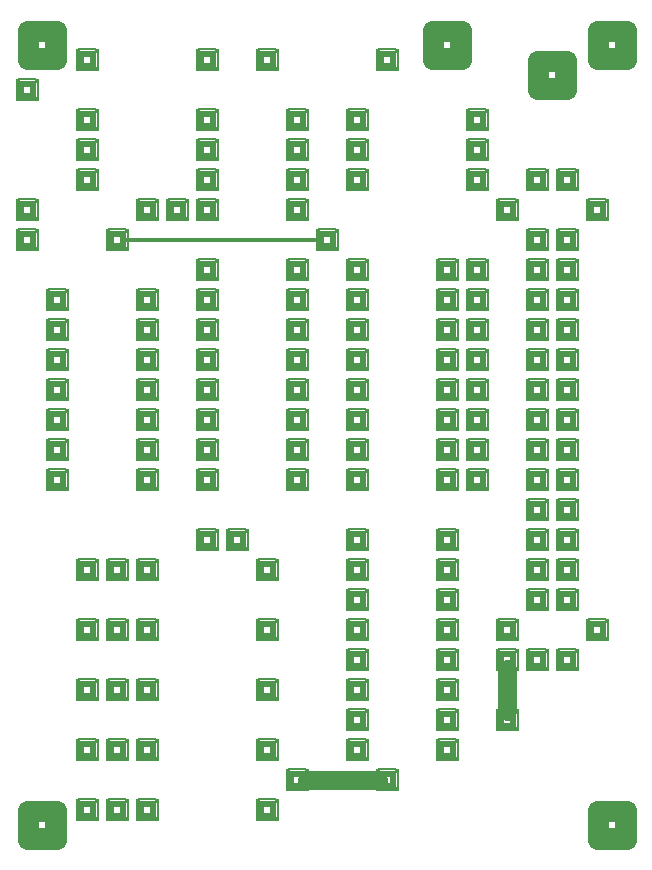
<source format=gtl>
%MOIN*%
%FSLAX23Y23*%
%ADD10C,.012*%
%ADD11C,.062*%
%ADD12C,.050X.024*%
%ADD13R,.062X.062X.024*%
%ADD14C,.016*%
%ADD15R,.008X.062*%
%ADD16R,.062X.008*%
%ADD17C,.008*%
%LPD*%
G90*X0Y0D02*X150Y150D02*D11*X50D01*Y250D01*       
X150D01*Y150D01*D13*X100Y200D03*X250Y250D03*D14*  
X281Y281D03*Y219D03*X219Y281D03*Y219D03*D15*      
X285Y250D03*X215D03*D16*X250Y285D03*Y215D03*D13*  
X350Y250D03*D14*X381Y281D03*Y219D03*X319Y281D03*  
Y219D03*D15*X385Y250D03*X315D03*D16*X350Y285D03*  
Y215D03*D13*X450Y450D03*D14*X481Y481D03*Y419D03*  
X419Y481D03*Y419D03*D15*X485Y450D03*X415D03*D16*  
X450Y485D03*Y415D03*D13*X350Y450D03*D14*          
X381Y481D03*Y419D03*X319Y481D03*Y419D03*D15*      
X385Y450D03*X315D03*D16*X350Y485D03*Y415D03*D13*  
X250Y450D03*D14*X281Y481D03*Y419D03*X219Y481D03*  
Y419D03*D15*X285Y450D03*X215D03*D16*X250Y485D03*  
Y415D03*D13*X450Y250D03*D14*X481Y281D03*Y219D03*  
X419Y281D03*Y219D03*D15*X485Y250D03*X415D03*D16*  
X450Y285D03*Y215D03*D13*Y650D03*D14*X481Y681D03*  
Y619D03*X419Y681D03*Y619D03*D15*X485Y650D03*      
X415D03*D16*X450Y685D03*Y615D03*D13*X350Y650D03*  
D14*X381Y681D03*Y619D03*X319Y681D03*Y619D03*D15*  
X385Y650D03*X315D03*D16*X350Y685D03*Y615D03*D13*  
X250Y650D03*D14*X281Y681D03*Y619D03*X219Y681D03*  
Y619D03*D15*X285Y650D03*X215D03*D16*X250Y685D03*  
Y615D03*D13*X850Y850D03*D14*X881Y881D03*Y819D03*  
X819Y881D03*Y819D03*D15*X885Y850D03*X815D03*D16*  
X850Y885D03*Y815D03*D13*X450Y850D03*D14*          
X481Y881D03*Y819D03*X419Y881D03*Y819D03*D15*      
X485Y850D03*X415D03*D16*X450Y885D03*Y815D03*D13*  
X350Y850D03*D14*X381Y881D03*Y819D03*X319Y881D03*  
Y819D03*D15*X385Y850D03*X315D03*D16*X350Y885D03*  
Y815D03*D13*X250Y850D03*D14*X281Y881D03*Y819D03*  
X219Y881D03*Y819D03*D15*X285Y850D03*X215D03*D16*  
X250Y885D03*Y815D03*D13*X850Y250D03*D14*          
X881Y281D03*Y219D03*X819Y281D03*Y219D03*D15*      
X885Y250D03*X815D03*D16*X850Y285D03*Y215D03*D13*  
Y450D03*D14*X881Y481D03*Y419D03*X819Y481D03*      
Y419D03*D15*X885Y450D03*X815D03*D16*X850Y485D03*  
Y415D03*D13*Y650D03*D14*X881Y681D03*Y619D03*      
X819Y681D03*Y619D03*D15*X885Y650D03*X815D03*D16*  
X850Y685D03*Y615D03*D13*X950Y350D03*D14*          
X981Y381D03*Y319D03*X919Y381D03*Y319D03*D15*      
X985Y350D03*X915D03*D16*X950Y385D03*Y315D03*      
X981Y350D02*D11*X1219D01*D13*X1250D03*D14*        
X1281Y381D03*Y319D03*X1219Y381D03*Y319D03*D15*    
X1285Y350D03*X1215D03*D16*X1250Y385D03*Y315D03*   
D13*X1150Y450D03*D14*X1181Y481D03*Y419D03*        
X1119Y481D03*Y419D03*D15*X1185Y450D03*X1115D03*   
D16*X1150Y485D03*Y415D03*D13*X1450Y550D03*D14*    
X1481Y581D03*Y519D03*X1419Y581D03*Y519D03*D15*    
X1485Y550D03*X1415D03*D16*X1450Y585D03*Y515D03*   
D13*Y450D03*D14*X1481Y481D03*Y419D03*X1419Y481D03*
Y419D03*D15*X1485Y450D03*X1415D03*D16*            
X1450Y485D03*Y415D03*D13*X1150Y550D03*D14*        
X1181Y581D03*Y519D03*X1119Y581D03*Y519D03*D15*    
X1185Y550D03*X1115D03*D16*X1150Y585D03*Y515D03*   
D13*X1450Y650D03*D14*X1481Y681D03*Y619D03*        
X1419Y681D03*Y619D03*D15*X1485Y650D03*X1415D03*   
D16*X1450Y685D03*Y615D03*D13*X1150Y650D03*D14*    
X1181Y681D03*Y619D03*X1119Y681D03*Y619D03*D15*    
X1185Y650D03*X1115D03*D16*X1150Y685D03*Y615D03*   
D13*X1650Y750D03*D14*X1681Y781D03*Y719D03*        
X1619Y781D03*Y719D03*D15*X1685Y750D03*X1615D03*   
D16*X1650Y785D03*Y715D03*Y719D02*D11*Y581D01*D13* 
Y550D03*D14*X1681Y581D03*Y519D03*X1619Y581D03*    
Y519D03*D15*X1685Y550D03*X1615D03*D16*            
X1650Y585D03*Y515D03*D13*X1850Y750D03*D14*        
X1881Y781D03*Y719D03*X1819Y781D03*Y719D03*D15*    
X1885Y750D03*X1815D03*D16*X1850Y785D03*Y715D03*   
D13*X1450Y750D03*D14*X1481Y781D03*Y719D03*        
X1419Y781D03*Y719D03*D15*X1485Y750D03*X1415D03*   
D16*X1450Y785D03*Y715D03*D13*X1750Y750D03*D14*    
X1781Y781D03*Y719D03*X1719Y781D03*Y719D03*D15*    
X1785Y750D03*X1715D03*D16*X1750Y785D03*Y715D03*   
X1950Y250D02*D11*Y150D01*X2050D01*Y250D01*        
X1950D01*D13*X2000Y200D03*X1950Y850D03*D14*       
X1981Y881D03*Y819D03*X1919Y881D03*Y819D03*D15*    
X1985Y850D03*X1915D03*D16*X1950Y885D03*Y815D03*   
D13*X1650Y850D03*D14*X1681Y881D03*Y819D03*        
X1619Y881D03*Y819D03*D15*X1685Y850D03*X1615D03*   
D16*X1650Y885D03*Y815D03*D13*X1450Y850D03*D14*    
X1481Y881D03*Y819D03*X1419Y881D03*Y819D03*D15*    
X1485Y850D03*X1415D03*D16*X1450Y885D03*Y815D03*   
D13*X1850Y950D03*D14*X1881Y981D03*Y919D03*        
X1819Y981D03*Y919D03*D15*X1885Y950D03*X1815D03*   
D16*X1850Y985D03*Y915D03*D13*X1750Y950D03*D14*    
X1781Y981D03*Y919D03*X1719Y981D03*Y919D03*D15*    
X1785Y950D03*X1715D03*D16*X1750Y985D03*Y915D03*   
D13*X1450Y950D03*D14*X1481Y981D03*Y919D03*        
X1419Y981D03*Y919D03*D15*X1485Y950D03*X1415D03*   
D16*X1450Y985D03*Y915D03*D13*X1150Y1050D03*D14*   
X1181Y1081D03*Y1019D03*X1119Y1081D03*Y1019D03*D15*
X1185Y1050D03*X1115D03*D16*X1150Y1085D03*Y1015D03*
D13*Y950D03*D14*X1181Y981D03*Y919D03*X1119Y981D03*
Y919D03*D15*X1185Y950D03*X1115D03*D16*            
X1150Y985D03*Y915D03*D13*Y850D03*D14*X1181Y881D03*
Y819D03*X1119Y881D03*Y819D03*D15*X1185Y850D03*    
X1115D03*D16*X1150Y885D03*Y815D03*D13*Y750D03*D14*
X1181Y781D03*Y719D03*X1119Y781D03*Y719D03*D15*    
X1185Y750D03*X1115D03*D16*X1150Y785D03*Y715D03*   
D13*X1850Y1050D03*D14*X1881Y1081D03*Y1019D03*     
X1819Y1081D03*Y1019D03*D15*X1885Y1050D03*X1815D03*
D16*X1850Y1085D03*Y1015D03*D13*X1750Y1050D03*D14* 
X1781Y1081D03*Y1019D03*X1719Y1081D03*Y1019D03*D15*
X1785Y1050D03*X1715D03*D16*X1750Y1085D03*Y1015D03*
D13*X1450Y1050D03*D14*X1481Y1081D03*Y1019D03*     
X1419Y1081D03*Y1019D03*D15*X1485Y1050D03*X1415D03*
D16*X1450Y1085D03*Y1015D03*D13*X1850Y1150D03*D14* 
X1881Y1181D03*Y1119D03*X1819Y1181D03*Y1119D03*D15*
X1885Y1150D03*X1815D03*D16*X1850Y1185D03*Y1115D03*
D13*X1750Y1150D03*D14*X1781Y1181D03*Y1119D03*     
X1719Y1181D03*Y1119D03*D15*X1785Y1150D03*X1715D03*
D16*X1750Y1185D03*Y1115D03*D13*X1450Y1150D03*D14* 
X1481Y1181D03*Y1119D03*X1419Y1181D03*Y1119D03*D15*
X1485Y1150D03*X1415D03*D16*X1450Y1185D03*Y1115D03*
D13*X1150Y1150D03*D14*X1181Y1181D03*Y1119D03*     
X1119Y1181D03*Y1119D03*D15*X1185Y1150D03*X1115D03*
D16*X1150Y1185D03*Y1115D03*D13*X1850Y1250D03*D14* 
X1881Y1281D03*Y1219D03*X1819Y1281D03*Y1219D03*D15*
X1885Y1250D03*X1815D03*D16*X1850Y1285D03*Y1215D03*
D13*X1750Y1250D03*D14*X1781Y1281D03*Y1219D03*     
X1719Y1281D03*Y1219D03*D15*X1785Y1250D03*X1715D03*
D16*X1750Y1285D03*Y1215D03*D13*X850Y1050D03*D14*  
X881Y1081D03*Y1019D03*X819Y1081D03*Y1019D03*D15*  
X885Y1050D03*X815D03*D16*X850Y1085D03*Y1015D03*   
D13*X1850Y1350D03*D14*X1881Y1381D03*Y1319D03*     
X1819Y1381D03*Y1319D03*D15*X1885Y1350D03*X1815D03*
D16*X1850Y1385D03*Y1315D03*D13*X1750Y1350D03*D14* 
X1781Y1381D03*Y1319D03*X1719Y1381D03*Y1319D03*D15*
X1785Y1350D03*X1715D03*D16*X1750Y1385D03*Y1315D03*
D13*X1550Y1350D03*D14*X1581Y1381D03*Y1319D03*     
X1519Y1381D03*Y1319D03*D15*X1585Y1350D03*X1515D03*
D16*X1550Y1385D03*Y1315D03*D13*X1450Y1350D03*D14* 
X1481Y1381D03*Y1319D03*X1419Y1381D03*Y1319D03*D15*
X1485Y1350D03*X1415D03*D16*X1450Y1385D03*Y1315D03*
D13*X1150Y1350D03*D14*X1181Y1381D03*Y1319D03*     
X1119Y1381D03*Y1319D03*D15*X1185Y1350D03*X1115D03*
D16*X1150Y1385D03*Y1315D03*D13*X950Y1350D03*D14*  
X981Y1381D03*Y1319D03*X919Y1381D03*Y1319D03*D15*  
X985Y1350D03*X915D03*D16*X950Y1385D03*Y1315D03*   
D13*X750Y1150D03*D14*X781Y1181D03*Y1119D03*       
X719Y1181D03*Y1119D03*D15*X785Y1150D03*X715D03*   
D16*X750Y1185D03*Y1115D03*D13*X1850Y1450D03*D14*  
X1881Y1481D03*Y1419D03*X1819Y1481D03*Y1419D03*D15*
X1885Y1450D03*X1815D03*D16*X1850Y1485D03*Y1415D03*
D13*X1750Y1450D03*D14*X1781Y1481D03*Y1419D03*     
X1719Y1481D03*Y1419D03*D15*X1785Y1450D03*X1715D03*
D16*X1750Y1485D03*Y1415D03*D13*X1550Y1450D03*D14* 
X1581Y1481D03*Y1419D03*X1519Y1481D03*Y1419D03*D15*
X1585Y1450D03*X1515D03*D16*X1550Y1485D03*Y1415D03*
D13*X1450Y1450D03*D14*X1481Y1481D03*Y1419D03*     
X1419Y1481D03*Y1419D03*D15*X1485Y1450D03*X1415D03*
D16*X1450Y1485D03*Y1415D03*D13*X1150Y1450D03*D14* 
X1181Y1481D03*Y1419D03*X1119Y1481D03*Y1419D03*D15*
X1185Y1450D03*X1115D03*D16*X1150Y1485D03*Y1415D03*
D13*X950Y1450D03*D14*X981Y1481D03*Y1419D03*       
X919Y1481D03*Y1419D03*D15*X985Y1450D03*X915D03*   
D16*X950Y1485D03*Y1415D03*D13*X650Y1550D03*D14*   
X681Y1581D03*Y1519D03*X619Y1581D03*Y1519D03*D15*  
X685Y1550D03*X615D03*D16*X650Y1585D03*Y1515D03*   
D13*Y1450D03*D14*X681Y1481D03*Y1419D03*           
X619Y1481D03*Y1419D03*D15*X685Y1450D03*X615D03*   
D16*X650Y1485D03*Y1415D03*D13*Y1350D03*D14*       
X681Y1381D03*Y1319D03*X619Y1381D03*Y1319D03*D15*  
X685Y1350D03*X615D03*D16*X650Y1385D03*Y1315D03*   
D13*Y1150D03*D14*X681Y1181D03*Y1119D03*           
X619Y1181D03*Y1119D03*D15*X685Y1150D03*X615D03*   
D16*X650Y1185D03*Y1115D03*D13*X1850Y1550D03*D14*  
X1881Y1581D03*Y1519D03*X1819Y1581D03*Y1519D03*D15*
X1885Y1550D03*X1815D03*D16*X1850Y1585D03*Y1515D03*
D13*X1750Y1550D03*D14*X1781Y1581D03*Y1519D03*     
X1719Y1581D03*Y1519D03*D15*X1785Y1550D03*X1715D03*
D16*X1750Y1585D03*Y1515D03*D13*X1550Y1550D03*D14* 
X1581Y1581D03*Y1519D03*X1519Y1581D03*Y1519D03*D15*
X1585Y1550D03*X1515D03*D16*X1550Y1585D03*Y1515D03*
D13*X1450Y1550D03*D14*X1481Y1581D03*Y1519D03*     
X1419Y1581D03*Y1519D03*D15*X1485Y1550D03*X1415D03*
D16*X1450Y1585D03*Y1515D03*D13*X1150Y1550D03*D14* 
X1181Y1581D03*Y1519D03*X1119Y1581D03*Y1519D03*D15*
X1185Y1550D03*X1115D03*D16*X1150Y1585D03*Y1515D03*
D13*X950Y1550D03*D14*X981Y1581D03*Y1519D03*       
X919Y1581D03*Y1519D03*D15*X985Y1550D03*X915D03*   
D16*X950Y1585D03*Y1515D03*D13*X1850Y1650D03*D14*  
X1881Y1681D03*Y1619D03*X1819Y1681D03*Y1619D03*D15*
X1885Y1650D03*X1815D03*D16*X1850Y1685D03*Y1615D03*
D13*X1750Y1650D03*D14*X1781Y1681D03*Y1619D03*     
X1719Y1681D03*Y1619D03*D15*X1785Y1650D03*X1715D03*
D16*X1750Y1685D03*Y1615D03*D13*X1550Y1650D03*D14* 
X1581Y1681D03*Y1619D03*X1519Y1681D03*Y1619D03*D15*
X1585Y1650D03*X1515D03*D16*X1550Y1685D03*Y1615D03*
D13*X1450Y1650D03*D14*X1481Y1681D03*Y1619D03*     
X1419Y1681D03*Y1619D03*D15*X1485Y1650D03*X1415D03*
D16*X1450Y1685D03*Y1615D03*D13*X1150Y1650D03*D14* 
X1181Y1681D03*Y1619D03*X1119Y1681D03*Y1619D03*D15*
X1185Y1650D03*X1115D03*D16*X1150Y1685D03*Y1615D03*
D13*X950Y1650D03*D14*X981Y1681D03*Y1619D03*       
X919Y1681D03*Y1619D03*D15*X985Y1650D03*X915D03*   
D16*X950Y1685D03*Y1615D03*D13*X650Y1650D03*D14*   
X681Y1681D03*Y1619D03*X619Y1681D03*Y1619D03*D15*  
X685Y1650D03*X615D03*D16*X650Y1685D03*Y1615D03*   
D13*X450Y1750D03*D14*X481Y1781D03*Y1719D03*       
X419Y1781D03*Y1719D03*D15*X485Y1750D03*X415D03*   
D16*X450Y1785D03*Y1715D03*D13*Y1650D03*D14*       
X481Y1681D03*Y1619D03*X419Y1681D03*Y1619D03*D15*  
X485Y1650D03*X415D03*D16*X450Y1685D03*Y1615D03*   
D13*Y1550D03*D14*X481Y1581D03*Y1519D03*           
X419Y1581D03*Y1519D03*D15*X485Y1550D03*X415D03*   
D16*X450Y1585D03*Y1515D03*D13*Y1450D03*D14*       
X481Y1481D03*Y1419D03*X419Y1481D03*Y1419D03*D15*  
X485Y1450D03*X415D03*D16*X450Y1485D03*Y1415D03*   
D13*Y1350D03*D14*X481Y1381D03*Y1319D03*           
X419Y1381D03*Y1319D03*D15*X485Y1350D03*X415D03*   
D16*X450Y1385D03*Y1315D03*D13*Y1050D03*D14*       
X481Y1081D03*Y1019D03*X419Y1081D03*Y1019D03*D15*  
X485Y1050D03*X415D03*D16*X450Y1085D03*Y1015D03*   
D13*X1850Y1750D03*D14*X1881Y1781D03*Y1719D03*     
X1819Y1781D03*Y1719D03*D15*X1885Y1750D03*X1815D03*
D16*X1850Y1785D03*Y1715D03*D13*X1750Y1750D03*D14* 
X1781Y1781D03*Y1719D03*X1719Y1781D03*Y1719D03*D15*
X1785Y1750D03*X1715D03*D16*X1750Y1785D03*Y1715D03*
D13*X1550Y1750D03*D14*X1581Y1781D03*Y1719D03*     
X1519Y1781D03*Y1719D03*D15*X1585Y1750D03*X1515D03*
D16*X1550Y1785D03*Y1715D03*D13*X1450Y1750D03*D14* 
X1481Y1781D03*Y1719D03*X1419Y1781D03*Y1719D03*D15*
X1485Y1750D03*X1415D03*D16*X1450Y1785D03*Y1715D03*
D13*X1150Y1750D03*D14*X1181Y1781D03*Y1719D03*     
X1119Y1781D03*Y1719D03*D15*X1185Y1750D03*X1115D03*
D16*X1150Y1785D03*Y1715D03*D13*X950Y1750D03*D14*  
X981Y1781D03*Y1719D03*X919Y1781D03*Y1719D03*D15*  
X985Y1750D03*X915D03*D16*X950Y1785D03*Y1715D03*   
D13*X650Y1750D03*D14*X681Y1781D03*Y1719D03*       
X619Y1781D03*Y1719D03*D15*X685Y1750D03*X615D03*   
D16*X650Y1785D03*Y1715D03*D13*X350Y1050D03*D14*   
X381Y1081D03*Y1019D03*X319Y1081D03*Y1019D03*D15*  
X385Y1050D03*X315D03*D16*X350Y1085D03*Y1015D03*   
D13*X1850Y1850D03*D14*X1881Y1881D03*Y1819D03*     
X1819Y1881D03*Y1819D03*D15*X1885Y1850D03*X1815D03*
D16*X1850Y1885D03*Y1815D03*D13*X1750Y1850D03*D14* 
X1781Y1881D03*Y1819D03*X1719Y1881D03*Y1819D03*D15*
X1785Y1850D03*X1715D03*D16*X1750Y1885D03*Y1815D03*
D13*X1550Y1850D03*D14*X1581Y1881D03*Y1819D03*     
X1519Y1881D03*Y1819D03*D15*X1585Y1850D03*X1515D03*
D16*X1550Y1885D03*Y1815D03*D13*X1450Y1850D03*D14* 
X1481Y1881D03*Y1819D03*X1419Y1881D03*Y1819D03*D15*
X1485Y1850D03*X1415D03*D16*X1450Y1885D03*Y1815D03*
D13*X1150Y1850D03*D14*X1181Y1881D03*Y1819D03*     
X1119Y1881D03*Y1819D03*D15*X1185Y1850D03*X1115D03*
D16*X1150Y1885D03*Y1815D03*D13*X950Y1850D03*D14*  
X981Y1881D03*Y1819D03*X919Y1881D03*Y1819D03*D15*  
X985Y1850D03*X915D03*D16*X950Y1885D03*Y1815D03*   
D13*X650Y1850D03*D14*X681Y1881D03*Y1819D03*       
X619Y1881D03*Y1819D03*D15*X685Y1850D03*X615D03*   
D16*X650Y1885D03*Y1815D03*D13*X450Y1850D03*D14*   
X481Y1881D03*Y1819D03*X419Y1881D03*Y1819D03*D15*  
X485Y1850D03*X415D03*D16*X450Y1885D03*Y1815D03*   
D13*X250Y1050D03*D14*X281Y1081D03*Y1019D03*       
X219Y1081D03*Y1019D03*D15*X285Y1050D03*X215D03*   
D16*X250Y1085D03*Y1015D03*D13*X1850Y1950D03*D14*  
X1881Y1981D03*Y1919D03*X1819Y1981D03*Y1919D03*D15*
X1885Y1950D03*X1815D03*D16*X1850Y1985D03*Y1915D03*
D13*X1750Y1950D03*D14*X1781Y1981D03*Y1919D03*     
X1719Y1981D03*Y1919D03*D15*X1785Y1950D03*X1715D03*
D16*X1750Y1985D03*Y1915D03*D13*X1550Y1950D03*D14* 
X1581Y1981D03*Y1919D03*X1519Y1981D03*Y1919D03*D15*
X1585Y1950D03*X1515D03*D16*X1550Y1985D03*Y1915D03*
D13*X1450Y1950D03*D14*X1481Y1981D03*Y1919D03*     
X1419Y1981D03*Y1919D03*D15*X1485Y1950D03*X1415D03*
D16*X1450Y1985D03*Y1915D03*D13*X1150Y1950D03*D14* 
X1181Y1981D03*Y1919D03*X1119Y1981D03*Y1919D03*D15*
X1185Y1950D03*X1115D03*D16*X1150Y1985D03*Y1915D03*
D13*X950Y1950D03*D14*X981Y1981D03*Y1919D03*       
X919Y1981D03*Y1919D03*D15*X985Y1950D03*X915D03*   
D16*X950Y1985D03*Y1915D03*D13*X650Y1950D03*D14*   
X681Y1981D03*Y1919D03*X619Y1981D03*Y1919D03*D15*  
X685Y1950D03*X615D03*D16*X650Y1985D03*Y1915D03*   
D13*X450Y1950D03*D14*X481Y1981D03*Y1919D03*       
X419Y1981D03*Y1919D03*D15*X485Y1950D03*X415D03*   
D16*X450Y1985D03*Y1915D03*D13*X150Y1950D03*D14*   
X181Y1981D03*Y1919D03*X119Y1981D03*Y1919D03*D15*  
X185Y1950D03*X115D03*D16*X150Y1985D03*Y1915D03*   
D13*Y1850D03*D14*X181Y1881D03*Y1819D03*           
X119Y1881D03*Y1819D03*D15*X185Y1850D03*X115D03*   
D16*X150Y1885D03*Y1815D03*D13*Y1750D03*D14*       
X181Y1781D03*Y1719D03*X119Y1781D03*Y1719D03*D15*  
X185Y1750D03*X115D03*D16*X150Y1785D03*Y1715D03*   
D13*Y1650D03*D14*X181Y1681D03*Y1619D03*           
X119Y1681D03*Y1619D03*D15*X185Y1650D03*X115D03*   
D16*X150Y1685D03*Y1615D03*D13*Y1550D03*D14*       
X181Y1581D03*Y1519D03*X119Y1581D03*Y1519D03*D15*  
X185Y1550D03*X115D03*D16*X150Y1585D03*Y1515D03*   
D13*Y1450D03*D14*X181Y1481D03*Y1419D03*           
X119Y1481D03*Y1419D03*D15*X185Y1450D03*X115D03*   
D16*X150Y1485D03*Y1415D03*D13*Y1350D03*D14*       
X181Y1381D03*Y1319D03*X119Y1381D03*Y1319D03*D15*  
X185Y1350D03*X115D03*D16*X150Y1385D03*Y1315D03*   
D13*X1850Y2050D03*D14*X1881Y2081D03*Y2019D03*     
X1819Y2081D03*Y2019D03*D15*X1885Y2050D03*X1815D03*
D16*X1850Y2085D03*Y2015D03*D13*X1750Y2050D03*D14* 
X1781Y2081D03*Y2019D03*X1719Y2081D03*Y2019D03*D15*
X1785Y2050D03*X1715D03*D16*X1750Y2085D03*Y2015D03*
D13*X1550Y2050D03*D14*X1581Y2081D03*Y2019D03*     
X1519Y2081D03*Y2019D03*D15*X1585Y2050D03*X1515D03*
D16*X1550Y2085D03*Y2015D03*D13*X1450Y2050D03*D14* 
X1481Y2081D03*Y2019D03*X1419Y2081D03*Y2019D03*D15*
X1485Y2050D03*X1415D03*D16*X1450Y2085D03*Y2015D03*
D13*X1150Y2050D03*D14*X1181Y2081D03*Y2019D03*     
X1119Y2081D03*Y2019D03*D15*X1185Y2050D03*X1115D03*
D16*X1150Y2085D03*Y2015D03*D13*X950Y2050D03*D14*  
X981Y2081D03*Y2019D03*X919Y2081D03*Y2019D03*D15*  
X985Y2050D03*X915D03*D16*X950Y2085D03*Y2015D03*   
D13*X650Y2050D03*D14*X681Y2081D03*Y2019D03*       
X619Y2081D03*Y2019D03*D15*X685Y2050D03*X615D03*   
D16*X650Y2085D03*Y2015D03*D13*X50Y2150D03*D14*    
X81Y2181D03*Y2119D03*X19Y2181D03*Y2119D03*D15*    
X85Y2150D03*X15D03*D16*X50Y2185D03*Y2115D03*D13*  
X1850Y2150D03*D14*X1881Y2181D03*Y2119D03*         
X1819Y2181D03*Y2119D03*D15*X1885Y2150D03*X1815D03*
D16*X1850Y2185D03*Y2115D03*D13*X1750Y2150D03*D14* 
X1781Y2181D03*Y2119D03*X1719Y2181D03*Y2119D03*D15*
X1785Y2150D03*X1715D03*D16*X1750Y2185D03*Y2115D03*
D13*X1050Y2150D03*D14*X1081Y2181D03*Y2119D03*     
X1019Y2181D03*Y2119D03*D15*X1085Y2150D03*X1015D03*
D16*X1050Y2185D03*Y2115D03*X1019Y2150D02*D10*     
X381D01*D13*X350D03*D14*X381Y2181D03*Y2119D03*    
X319Y2181D03*Y2119D03*D15*X385Y2150D03*X315D03*   
D16*X350Y2185D03*Y2115D03*D13*X450Y2250D03*D14*   
X481Y2281D03*Y2219D03*X419Y2281D03*Y2219D03*D15*  
X485Y2250D03*X415D03*D16*X450Y2285D03*Y2215D03*   
D13*X550Y2250D03*D14*X581Y2281D03*Y2219D03*       
X519Y2281D03*Y2219D03*D15*X585Y2250D03*X515D03*   
D16*X550Y2285D03*Y2215D03*D13*X250Y2350D03*D14*   
X281Y2381D03*Y2319D03*X219Y2381D03*Y2319D03*D15*  
X285Y2350D03*X215D03*D16*X250Y2385D03*Y2315D03*   
D13*X650Y2450D03*D14*X681Y2481D03*Y2419D03*       
X619Y2481D03*Y2419D03*D15*X685Y2450D03*X615D03*   
D16*X650Y2485D03*Y2415D03*D13*X50Y2250D03*D14*    
X81Y2281D03*Y2219D03*X19Y2281D03*Y2219D03*D15*    
X85Y2250D03*X15D03*D16*X50Y2285D03*Y2215D03*D13*  
X650Y2250D03*D14*X681Y2281D03*Y2219D03*           
X619Y2281D03*Y2219D03*D15*X685Y2250D03*X615D03*   
D16*X650Y2285D03*Y2215D03*D13*X250Y2450D03*D14*   
X281Y2481D03*Y2419D03*X219Y2481D03*Y2419D03*D15*  
X285Y2450D03*X215D03*D16*X250Y2485D03*Y2415D03*   
D13*X650Y2350D03*D14*X681Y2381D03*Y2319D03*       
X619Y2381D03*Y2319D03*D15*X685Y2350D03*X615D03*   
D16*X650Y2385D03*Y2315D03*D13*Y2550D03*D14*       
X681Y2581D03*Y2519D03*X619Y2581D03*Y2519D03*D15*  
X685Y2550D03*X615D03*D16*X650Y2585D03*Y2515D03*   
D13*X250Y2550D03*D14*X281Y2581D03*Y2519D03*       
X219Y2581D03*Y2519D03*D15*X285Y2550D03*X215D03*   
D16*X250Y2585D03*Y2515D03*D13*X50Y2650D03*D14*    
X81Y2681D03*Y2619D03*X19Y2681D03*Y2619D03*D15*    
X85Y2650D03*X15D03*D16*X50Y2685D03*Y2615D03*D13*  
X850Y2750D03*D14*X881Y2781D03*Y2719D03*           
X819Y2781D03*Y2719D03*D15*X885Y2750D03*X815D03*   
D16*X850Y2785D03*Y2715D03*D13*X650Y2750D03*D14*   
X681Y2781D03*Y2719D03*X619Y2781D03*Y2719D03*D15*  
X685Y2750D03*X615D03*D16*X650Y2785D03*Y2715D03*   
D13*X950Y2250D03*D14*X981Y2281D03*Y2219D03*       
X919Y2281D03*Y2219D03*D15*X985Y2250D03*X915D03*   
D16*X950Y2285D03*Y2215D03*D13*X250Y2750D03*D14*   
X281Y2781D03*Y2719D03*X219Y2781D03*Y2719D03*D15*  
X285Y2750D03*X215D03*D16*X250Y2785D03*Y2715D03*   
D13*X950Y2350D03*D14*X981Y2381D03*Y2319D03*       
X919Y2381D03*Y2319D03*D15*X985Y2350D03*X915D03*   
D16*X950Y2385D03*Y2315D03*X150Y2750D02*D11*X50D01*
Y2850D01*X150D01*Y2750D01*D13*X100Y2800D03*       
X950Y2450D03*D14*X981Y2481D03*Y2419D03*           
X919Y2481D03*Y2419D03*D15*X985Y2450D03*X915D03*   
D16*X950Y2485D03*Y2415D03*D13*Y2550D03*D14*       
X981Y2581D03*Y2519D03*X919Y2581D03*Y2519D03*D15*  
X985Y2550D03*X915D03*D16*X950Y2585D03*Y2515D03*   
D13*X1150Y2350D03*D14*X1181Y2381D03*Y2319D03*     
X1119Y2381D03*Y2319D03*D15*X1185Y2350D03*X1115D03*
D16*X1150Y2385D03*Y2315D03*D13*Y2450D03*D14*      
X1181Y2481D03*Y2419D03*X1119Y2481D03*Y2419D03*D15*
X1185Y2450D03*X1115D03*D16*X1150Y2485D03*Y2415D03*
D13*Y2550D03*D14*X1181Y2581D03*Y2519D03*          
X1119Y2581D03*Y2519D03*D15*X1185Y2550D03*X1115D03*
D16*X1150Y2585D03*Y2515D03*D13*X1250Y2750D03*D14* 
X1281Y2781D03*Y2719D03*X1219Y2781D03*Y2719D03*D15*
X1285Y2750D03*X1215D03*D16*X1250Y2785D03*Y2715D03*
X1400Y2750D02*D11*X1500D01*Y2850D01*X1400D01*     
Y2750D01*D13*X1450Y2800D03*X1550Y2550D03*D14*     
X1581Y2581D03*Y2519D03*X1519Y2581D03*Y2519D03*D15*
X1585Y2550D03*X1515D03*D16*X1550Y2585D03*Y2515D03*
D13*Y2450D03*D14*X1581Y2481D03*Y2419D03*          
X1519Y2481D03*Y2419D03*D15*X1585Y2450D03*X1515D03*
D16*X1550Y2485D03*Y2415D03*X1750Y2650D02*D11*     
X1850D01*Y2750D01*X1750D01*Y2650D01*D13*          
X1800Y2700D03*X1950Y2850D02*D11*Y2750D01*X2050D01*
Y2850D01*X1950D01*D13*X2000Y2800D03*X1550Y2350D03*
D14*X1581Y2381D03*Y2319D03*X1519Y2381D03*Y2319D03*
D15*X1585Y2350D03*X1515D03*D16*X1550Y2385D03*     
Y2315D03*D13*X1750Y2350D03*D14*X1781Y2381D03*     
Y2319D03*X1719Y2381D03*Y2319D03*D15*X1785Y2350D03*
X1715D03*D16*X1750Y2385D03*Y2315D03*D13*          
X1850Y2350D03*D14*X1881Y2381D03*Y2319D03*         
X1819Y2381D03*Y2319D03*D15*X1885Y2350D03*X1815D03*
D16*X1850Y2385D03*Y2315D03*D13*X1650Y2250D03*D14* 
X1681Y2281D03*Y2219D03*X1619Y2281D03*Y2219D03*D15*
X1685Y2250D03*X1615D03*D16*X1650Y2285D03*Y2215D03*
D13*X1950Y2250D03*D14*X1981Y2281D03*Y2219D03*     
X1919Y2281D03*Y2219D03*D15*X1985Y2250D03*X1915D03*
D16*X1950Y2285D03*Y2215D03*M02*                   

</source>
